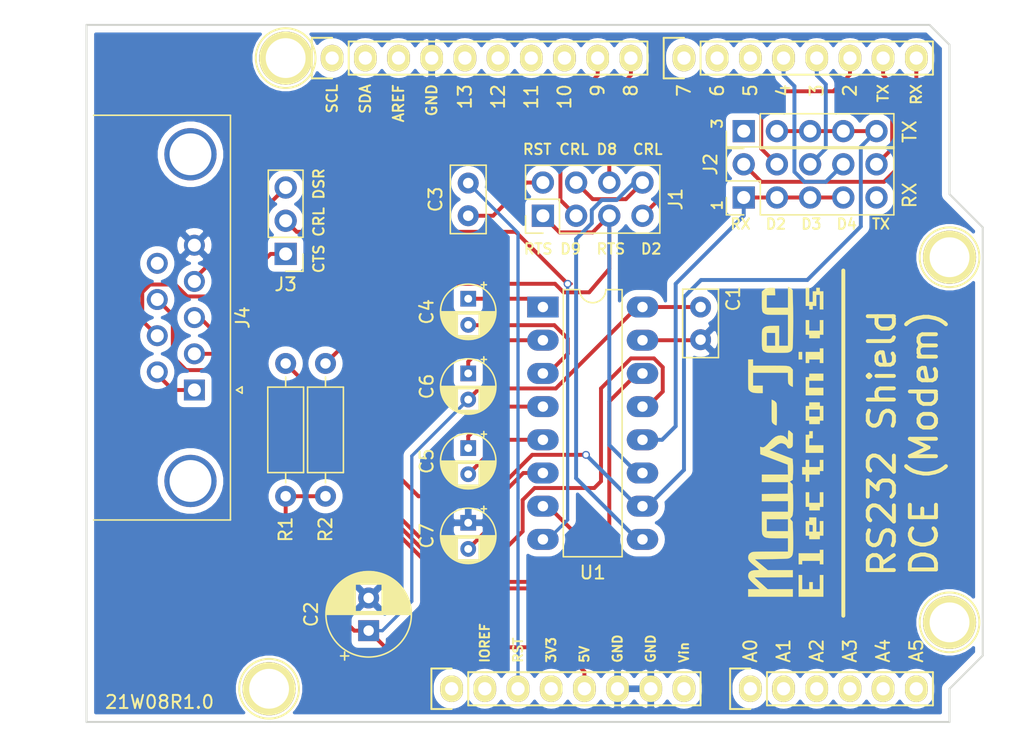
<source format=kicad_pcb>
(kicad_pcb (version 20171130) (host pcbnew "(5.1.4)-1")
  (title_block (date "lun. 30 mars 2015"))
  (layers (0 F.Cu signal) (31 B.Cu signal) (34 B.Paste user) (35 F.Paste user) (36 B.SilkS user) (37 F.SilkS user) (38 B.Mask user) (39 F.Mask user) (44 Edge.Cuts user))
  (net 0 "")
  (net 1 /IOREF)
  (net 2 +5V)
  (net 3 GND)
  (net 4 /Vin)
  (net 5 /A0)
  (net 6 /A1)
  (net 7 /A2)
  (net 8 /A3)
  (net 9 /AREF)
  (net 10 "/A4(SDA)")
  (net 11 "/A5(SCL)")
  (net 12 /7)
  (net 13 "/6(**)")
  (net 14 "/5(**)")
  (net 15 "Net-(P5-Pad1)")
  (net 16 "Net-(P7-Pad1)")
  (net 17 "/13(SCK)")
  (net 18 "/10(**/SS)")
  (net 19 "Net-(P1-Pad1)")
  (net 20 +3V3)
  (net 21 "/12(MISO)")
  (net 22 "/11(**/MOSI)")
  (net 23 RST)
  (net 24 "Net-(C3-Pad1)")
  (net 25 "Net-(C4-Pad2)")
  (net 26 "Net-(C4-Pad1)")
  (net 27 "Net-(C5-Pad2)")
  (net 28 "Net-(C5-Pad1)")
  (net 29 "Net-(C6-Pad1)")
  (net 30 "Net-(C7-Pad2)")
  (net 31 D2)
  (net 32 D9)
  (net 33 D8)
  (net 34 /DSR)
  (net 35 /CTS)
  (net 36 /TXD)
  (net 37 /RXD)
  (net 38 TX)
  (net 39 RX)
  (net 40 /RTS)
  (net 41 "Net-(J4-Pad9)")
  (net 42 /UCTRL)
  (net 43 /URTS)
  (net 44 /CTRL)
  (net 45 "/A5(SCL)X")
  (net 46 "/A4(SDA)X")
  (net 47 URX)
  (net 48 D3)
  (net 49 D4)
  (net 50 "Net-(J2-Pad9)")
  (net 51 "Net-(J5-Pad1)")
  (net 52 UTX)
  (net 53 /DCD)
  (module Connector_Dsub:DSUB-9_Female_Horizontal_P2.77x2.84mm_EdgePinOffset4.94mm_Housed_MountingHolesOffset7.48mm (layer F.Cu) (at 119.253 100.965 270)
    (fp_text reference J4 (at -5.54 -3.7 90) (layer F.SilkS))
    (fp_text value DB9_Female)
    (pad 1 thru_hole rect (at 0 0 270) (size 1.6 1.6) (drill 1) (layers *.Cu *.Mask) (net 53 /DCD))
    (pad 2 thru_hole circle (at -2.77 0 270) (size 1.6 1.6) (drill 1) (layers *.Cu *.Mask) (net 36 /TXD))
    (pad 3 thru_hole circle (at -5.54 0 270) (size 1.6 1.6) (drill 1) (layers *.Cu *.Mask) (net 37 /RXD))
    (pad 4 thru_hole circle (at -8.31 0 270) (size 1.6 1.6) (drill 1) (layers *.Cu *.Mask) (net 34 /DSR))
    (pad 5 thru_hole circle (at -11.08 0 270) (size 1.6 1.6) (drill 1) (layers *.Cu *.Mask) (net 3 GND))
    (pad 6 thru_hole circle (at -1.385 2.84 270) (size 1.6 1.6) (drill 1) (layers *.Cu *.Mask) (net 53 /DCD))
    (pad 7 thru_hole circle (at -4.155 2.84 270) (size 1.6 1.6) (drill 1) (layers *.Cu *.Mask) (net 35 /CTS))
    (pad 8 thru_hole circle (at -6.925 2.84 270) (size 1.6 1.6) (drill 1) (layers *.Cu *.Mask) (net 40 /RTS))
    (pad 9 thru_hole circle (at -9.695 2.84 270) (size 1.6 1.6) (drill 1) (layers *.Cu *.Mask) (net 41 "Net-(J4-Pad9)"))
    (pad 0 thru_hole circle (at -18.04 0.3 270) (size 4 4) (drill 3.2) (layers *.Cu *.Mask))
    (pad 0 thru_hole circle (at 6.96 0.3 270) (size 4 4) (drill 3.2) (layers *.Cu *.Mask))
  )
  (module Connector_PinHeader_2.54mm:PinHeader_2x05_P2.54mm_Vertical (layer F.Cu) (at 161.29 86.233 90)
    (fp_text reference J2 (at 2.54 -2.54 90) (layer F.SilkS))
    (fp_text value "RX Route")
    (pad 1 thru_hole rect (at 0 0 90) (size 1.7 1.7) (drill 1) (layers *.Cu *.Mask) (net 47 URX))
    (pad 2 thru_hole oval (at 2.54 0 90) (size 1.7 1.7) (drill 1) (layers *.Cu *.Mask) (net 39 RX))
    (pad 3 thru_hole oval (at 0 2.54 90) (size 1.7 1.7) (drill 1) (layers *.Cu *.Mask) (net 47 URX))
    (pad 4 thru_hole oval (at 2.54 2.54 90) (size 1.7 1.7) (drill 1) (layers *.Cu *.Mask) (net 31 D2))
    (pad 5 thru_hole oval (at 0 5.08 90) (size 1.7 1.7) (drill 1) (layers *.Cu *.Mask) (net 47 URX))
    (pad 6 thru_hole oval (at 2.54 5.08 90) (size 1.7 1.7) (drill 1) (layers *.Cu *.Mask) (net 48 D3))
    (pad 7 thru_hole oval (at 0 7.62 90) (size 1.7 1.7) (drill 1) (layers *.Cu *.Mask) (net 47 URX))
    (pad 8 thru_hole oval (at 2.54 7.62 90) (size 1.7 1.7) (drill 1) (layers *.Cu *.Mask) (net 49 D4))
    (pad 9 thru_hole oval (at 0 10.16 90) (size 1.7 1.7) (drill 1) (layers *.Cu *.Mask) (net 50 "Net-(J2-Pad9)"))
    (pad 10 thru_hole oval (at 2.54 10.16 90) (size 1.7 1.7) (drill 1) (layers *.Cu *.Mask) (net 38 TX))
  )
  (module Connector_PinHeader_2.54mm:PinHeader_1x05_P2.54mm_Vertical (layer F.Cu) (at 161.29 81.153 90)
    (fp_text reference J5 hide)
    (fp_text value "TX Route")
    (pad 1 thru_hole rect (at 0 0 90) (size 1.7 1.7) (drill 1) (layers *.Cu *.Mask) (net 51 "Net-(J5-Pad1)"))
    (pad 2 thru_hole oval (at 0 2.54 90) (size 1.7 1.7) (drill 1) (layers *.Cu *.Mask) (net 52 UTX))
    (pad 3 thru_hole oval (at 0 5.08 90) (size 1.7 1.7) (drill 1) (layers *.Cu *.Mask) (net 52 UTX))
    (pad 4 thru_hole oval (at 0 7.62 90) (size 1.7 1.7) (drill 1) (layers *.Cu *.Mask) (net 52 UTX))
    (pad 5 thru_hole oval (at 0 10.16 90) (size 1.7 1.7) (drill 1) (layers *.Cu *.Mask) (net 52 UTX))
  )
  (module Resistor_THT:R_Axial_DIN0207_L6.3mm_D2.5mm_P10.16mm_Horizontal (layer F.Cu) (at 126.238 109.093 90)
    (fp_text reference R1 (at -2.54 0 90) (layer F.SilkS))
    (fp_text value 10k)
    (pad 2 thru_hole oval (at 10.16 0 90) (size 1.6 1.6) (drill 0.8) (layers *.Cu *.Mask) (net 52 UTX))
    (pad 1 thru_hole circle (at 0 0 90) (size 1.6 1.6) (drill 0.8) (layers *.Cu *.Mask) (net 2 +5V))
  )
  (module Socket_Arduino_Uno:Arduino_1pin (layer F.Cu) (at 177.038 90.805)
    (fp_text reference P8 hide)
    (fp_text value CONN_01X01 hide)
    (pad 1 thru_hole circle (at 0 0) (size 4.064 4.064) (drill 3.048) (layers *.Cu *.Mask F.SilkS))
  )
  (module Socket_Arduino_Uno:Arduino_1pin (layer F.Cu) (at 177.038 118.745)
    (fp_text reference P6 hide)
    (fp_text value CONN_01X01 hide)
    (pad 1 thru_hole circle (at 0 0) (size 4.064 4.064) (drill 3.048) (layers *.Cu *.Mask F.SilkS))
  )
  (module Logos:MTLogo (layer F.Cu) (at 164.338 105.029 90)
    (fp_text reference G*** hide)
    (fp_text value LOGO hide)
  )
  (module Connector_PinHeader_2.54mm:PinHeader_2x04_P2.54mm_Vertical (layer F.Cu) (at 145.923 87.63 90)
    (fp_text reference J1 (at 1.27 10.16 90) (layer F.SilkS))
    (fp_text value "Ctrl Route")
    (pad 8 thru_hole oval (at 2.54 7.62 90) (size 1.7 1.7) (drill 1) (layers *.Cu *.Mask) (net 42 /UCTRL))
    (pad 7 thru_hole oval (at 0 7.62 90) (size 1.7 1.7) (drill 1) (layers *.Cu *.Mask) (net 31 D2))
    (pad 6 thru_hole oval (at 2.54 5.08 90) (size 1.7 1.7) (drill 1) (layers *.Cu *.Mask) (net 33 D8))
    (pad 5 thru_hole oval (at 0 5.08 90) (size 1.7 1.7) (drill 1) (layers *.Cu *.Mask) (net 43 /URTS))
    (pad 4 thru_hole oval (at 2.54 2.54 90) (size 1.7 1.7) (drill 1) (layers *.Cu *.Mask) (net 42 /UCTRL))
    (pad 3 thru_hole oval (at 0 2.54 90) (size 1.7 1.7) (drill 1) (layers *.Cu *.Mask) (net 32 D9))
    (pad 2 thru_hole oval (at 2.54 0 90) (size 1.7 1.7) (drill 1) (layers *.Cu *.Mask) (net 24 "Net-(C3-Pad1)"))
    (pad 1 thru_hole rect (at 0 0 90) (size 1.7 1.7) (drill 1) (layers *.Cu *.Mask) (net 43 /URTS))
  )
  (module Capacitor_THT:CP_Radial_D4.0mm_P2.00mm (layer F.Cu) (at 140.208 111.125 270)
    (fp_text reference C7 (at 1 3.175 90) (layer F.SilkS))
    (fp_text value 1u)
    (pad 2 thru_hole circle (at 2 0 270) (size 1.2 1.2) (drill 0.6) (layers *.Cu *.Mask) (net 30 "Net-(C7-Pad2)"))
    (pad 1 thru_hole rect (at 0 0 270) (size 1.2 1.2) (drill 0.6) (layers *.Cu *.Mask) (net 3 GND))
  )
  (module Capacitor_THT:CP_Radial_D4.0mm_P2.00mm (layer F.Cu) (at 140.208 99.695 270)
    (fp_text reference C6 (at 1 3.175 90) (layer F.SilkS))
    (fp_text value 1u)
    (pad 2 thru_hole circle (at 2 0 270) (size 1.2 1.2) (drill 0.6) (layers *.Cu *.Mask) (net 2 +5V))
    (pad 1 thru_hole rect (at 0 0 270) (size 1.2 1.2) (drill 0.6) (layers *.Cu *.Mask) (net 29 "Net-(C6-Pad1)"))
  )
  (module Capacitor_THT:CP_Radial_D4.0mm_P2.00mm (layer F.Cu) (at 140.208 105.41 270)
    (fp_text reference C5 (at 1 3.175 90) (layer F.SilkS))
    (fp_text value 1u)
    (pad 2 thru_hole circle (at 2 0 270) (size 1.2 1.2) (drill 0.6) (layers *.Cu *.Mask) (net 27 "Net-(C5-Pad2)"))
    (pad 1 thru_hole rect (at 0 0 270) (size 1.2 1.2) (drill 0.6) (layers *.Cu *.Mask) (net 28 "Net-(C5-Pad1)"))
  )
  (module Capacitor_THT:CP_Radial_D4.0mm_P2.00mm (layer F.Cu) (at 140.208 93.98 270)
    (fp_text reference C4 (at 1 3.175 90) (layer F.SilkS))
    (fp_text value 1u)
    (pad 2 thru_hole circle (at 2 0 270) (size 1.2 1.2) (drill 0.6) (layers *.Cu *.Mask) (net 25 "Net-(C4-Pad2)"))
    (pad 1 thru_hole rect (at 0 0 270) (size 1.2 1.2) (drill 0.6) (layers *.Cu *.Mask) (net 26 "Net-(C4-Pad1)"))
  )
  (module Capacitor_THT:C_Disc_D5.0mm_W2.5mm_P2.50mm (layer F.Cu) (at 140.208 87.63 90)
    (fp_text reference C3 (at 1.25 -2.5 90) (layer F.SilkS))
    (fp_text value 0.1u)
    (pad 2 thru_hole circle (at 2.5 0 90) (size 1.6 1.6) (drill 0.8) (layers *.Cu *.Mask) (net 23 RST))
    (pad 1 thru_hole circle (at 0 0 90) (size 1.6 1.6) (drill 0.8) (layers *.Cu *.Mask) (net 24 "Net-(C3-Pad1)"))
  )
  (module Capacitor_THT:C_Disc_D5.0mm_W2.5mm_P2.50mm (layer F.Cu) (at 157.988 94.615 270)
    (fp_text reference C1 (at -0.635 -2.5 90) (layer F.SilkS))
    (fp_text value 0.1u)
    (pad 2 thru_hole circle (at 2.5 0 270) (size 1.6 1.6) (drill 0.8) (layers *.Cu *.Mask) (net 3 GND))
    (pad 1 thru_hole circle (at 0 0 270) (size 1.6 1.6) (drill 0.8) (layers *.Cu *.Mask) (net 2 +5V))
  )
  (module Package_DIP:DIP-16_W7.62mm_LongPads (layer F.Cu) (at 145.923 94.615)
    (fp_text reference U1 (at 3.81 20.32) (layer F.SilkS))
    (fp_text value MAX232)
    (pad 16 thru_hole oval (at 7.62 0) (size 2.4 1.6) (drill 0.8) (layers *.Cu *.Mask) (net 2 +5V))
    (pad 8 thru_hole oval (at 0 17.78) (size 2.4 1.6) (drill 0.8) (layers *.Cu *.Mask) (net 44 /CTRL))
    (pad 15 thru_hole oval (at 7.62 2.54) (size 2.4 1.6) (drill 0.8) (layers *.Cu *.Mask) (net 3 GND))
    (pad 7 thru_hole oval (at 0 15.24) (size 2.4 1.6) (drill 0.8) (layers *.Cu *.Mask) (net 36 /TXD))
    (pad 14 thru_hole oval (at 7.62 5.08) (size 2.4 1.6) (drill 0.8) (layers *.Cu *.Mask) (net 40 /RTS))
    (pad 6 thru_hole oval (at 0 12.7) (size 2.4 1.6) (drill 0.8) (layers *.Cu *.Mask) (net 30 "Net-(C7-Pad2)"))
    (pad 13 thru_hole oval (at 7.62 7.62) (size 2.4 1.6) (drill 0.8) (layers *.Cu *.Mask) (net 37 /RXD))
    (pad 5 thru_hole oval (at 0 10.16) (size 2.4 1.6) (drill 0.8) (layers *.Cu *.Mask) (net 27 "Net-(C5-Pad2)"))
    (pad 12 thru_hole oval (at 7.62 10.16) (size 2.4 1.6) (drill 0.8) (layers *.Cu *.Mask) (net 47 URX))
    (pad 4 thru_hole oval (at 0 7.62) (size 2.4 1.6) (drill 0.8) (layers *.Cu *.Mask) (net 28 "Net-(C5-Pad1)"))
    (pad 11 thru_hole oval (at 7.62 12.7) (size 2.4 1.6) (drill 0.8) (layers *.Cu *.Mask) (net 43 /URTS))
    (pad 3 thru_hole oval (at 0 5.08) (size 2.4 1.6) (drill 0.8) (layers *.Cu *.Mask) (net 25 "Net-(C4-Pad2)"))
    (pad 10 thru_hole oval (at 7.62 15.24) (size 2.4 1.6) (drill 0.8) (layers *.Cu *.Mask) (net 52 UTX))
    (pad 2 thru_hole oval (at 0 2.54) (size 2.4 1.6) (drill 0.8) (layers *.Cu *.Mask) (net 29 "Net-(C6-Pad1)"))
    (pad 9 thru_hole oval (at 7.62 17.78) (size 2.4 1.6) (drill 0.8) (layers *.Cu *.Mask) (net 42 /UCTRL))
    (pad 1 thru_hole rect (at 0 0) (size 2.4 1.6) (drill 0.8) (layers *.Cu *.Mask) (net 26 "Net-(C4-Pad1)"))
  )
  (module Resistor_THT:R_Axial_DIN0207_L6.3mm_D2.5mm_P10.16mm_Horizontal (layer F.Cu) (at 129.286 109.093 90)
    (fp_text reference R2 (at -2.54 0 90) (layer F.SilkS))
    (fp_text value 10k)
    (pad 2 thru_hole oval (at 10.16 0 90) (size 1.6 1.6) (drill 0.8) (layers *.Cu *.Mask) (net 43 /URTS))
    (pad 1 thru_hole circle (at 0 0 90) (size 1.6 1.6) (drill 0.8) (layers *.Cu *.Mask) (net 2 +5V))
  )
  (module Connector_PinHeader_2.54mm:PinHeader_1x03_P2.54mm_Vertical (layer F.Cu) (at 126.238 90.551 180)
    (fp_text reference J3 (at 0 -2.33) (layer F.SilkS))
    (fp_text value DSR/CTS)
    (pad 3 thru_hole oval (at 0 5.08 180) (size 1.7 1.7) (drill 1) (layers *.Cu *.Mask) (net 34 /DSR))
    (pad 2 thru_hole oval (at 0 2.54 180) (size 1.7 1.7) (drill 1) (layers *.Cu *.Mask) (net 44 /CTRL))
    (pad 1 thru_hole rect (at 0 0 180) (size 1.7 1.7) (drill 1) (layers *.Cu *.Mask) (net 35 /CTS))
  )
  (module Capacitor_THT:CP_Radial_D6.3mm_P2.50mm (layer F.Cu) (at 132.588 119.38 90)
    (fp_text reference C2 (at 1.25 -4.4 90) (layer F.SilkS))
    (fp_text value 10u)
    (pad 2 thru_hole circle (at 2.5 0 90) (size 1.6 1.6) (drill 0.8) (layers *.Cu *.Mask) (net 3 GND))
    (pad 1 thru_hole rect (at 0 0 90) (size 1.6 1.6) (drill 0.8) (layers *.Cu *.Mask) (net 2 +5V))
  )
  (module Socket_Arduino_Uno:Socket_Strip_Arduino_1x08 (layer F.Cu) (at 138.938 123.825)
    (fp_text reference P1 hide)
    (fp_text value Power)
    (pad 1 thru_hole oval (at 0 0) (size 1.7272 2.032) (drill 1.016) (layers *.Cu *.Mask F.SilkS) (net 19 "Net-(P1-Pad1)"))
    (pad 2 thru_hole oval (at 2.54 0) (size 1.7272 2.032) (drill 1.016) (layers *.Cu *.Mask F.SilkS) (net 1 /IOREF))
    (pad 3 thru_hole oval (at 5.08 0) (size 1.7272 2.032) (drill 1.016) (layers *.Cu *.Mask F.SilkS) (net 23 RST))
    (pad 4 thru_hole oval (at 7.62 0) (size 1.7272 2.032) (drill 1.016) (layers *.Cu *.Mask F.SilkS) (net 20 +3V3))
    (pad 5 thru_hole oval (at 10.16 0) (size 1.7272 2.032) (drill 1.016) (layers *.Cu *.Mask F.SilkS) (net 2 +5V))
    (pad 6 thru_hole oval (at 12.7 0) (size 1.7272 2.032) (drill 1.016) (layers *.Cu *.Mask F.SilkS) (net 3 GND))
    (pad 7 thru_hole oval (at 15.24 0) (size 1.7272 2.032) (drill 1.016) (layers *.Cu *.Mask F.SilkS) (net 3 GND))
    (pad 8 thru_hole oval (at 17.78 0) (size 1.7272 2.032) (drill 1.016) (layers *.Cu *.Mask F.SilkS) (net 4 /Vin))
  )
  (module Socket_Arduino_Uno:Socket_Strip_Arduino_1x06 (layer F.Cu) (at 161.798 123.825)
    (fp_text reference P2 hide)
    (fp_text value Analog)
    (pad 1 thru_hole oval (at 0 0) (size 1.7272 2.032) (drill 1.016) (layers *.Cu *.Mask F.SilkS) (net 5 /A0))
    (pad 2 thru_hole oval (at 2.54 0) (size 1.7272 2.032) (drill 1.016) (layers *.Cu *.Mask F.SilkS) (net 6 /A1))
    (pad 3 thru_hole oval (at 5.08 0) (size 1.7272 2.032) (drill 1.016) (layers *.Cu *.Mask F.SilkS) (net 7 /A2))
    (pad 4 thru_hole oval (at 7.62 0) (size 1.7272 2.032) (drill 1.016) (layers *.Cu *.Mask F.SilkS) (net 8 /A3))
    (pad 5 thru_hole oval (at 10.16 0) (size 1.7272 2.032) (drill 1.016) (layers *.Cu *.Mask F.SilkS) (net 10 "/A4(SDA)"))
    (pad 6 thru_hole oval (at 12.7 0) (size 1.7272 2.032) (drill 1.016) (layers *.Cu *.Mask F.SilkS) (net 11 "/A5(SCL)"))
  )
  (module Socket_Arduino_Uno:Socket_Strip_Arduino_1x10 (layer F.Cu) (at 129.794 75.565)
    (fp_text reference P3 hide)
    (fp_text value Digital)
    (pad 1 thru_hole oval (at 0 0) (size 1.7272 2.032) (drill 1.016) (layers *.Cu *.Mask F.SilkS) (net 45 "/A5(SCL)X"))
    (pad 2 thru_hole oval (at 2.54 0) (size 1.7272 2.032) (drill 1.016) (layers *.Cu *.Mask F.SilkS) (net 46 "/A4(SDA)X"))
    (pad 3 thru_hole oval (at 5.08 0) (size 1.7272 2.032) (drill 1.016) (layers *.Cu *.Mask F.SilkS) (net 9 /AREF))
    (pad 4 thru_hole oval (at 7.62 0) (size 1.7272 2.032) (drill 1.016) (layers *.Cu *.Mask F.SilkS) (net 3 GND))
    (pad 5 thru_hole oval (at 10.16 0) (size 1.7272 2.032) (drill 1.016) (layers *.Cu *.Mask F.SilkS) (net 17 "/13(SCK)"))
    (pad 6 thru_hole oval (at 12.7 0) (size 1.7272 2.032) (drill 1.016) (layers *.Cu *.Mask F.SilkS) (net 21 "/12(MISO)"))
    (pad 7 thru_hole oval (at 15.24 0) (size 1.7272 2.032) (drill 1.016) (layers *.Cu *.Mask F.SilkS) (net 22 "/11(**/MOSI)"))
    (pad 8 thru_hole oval (at 17.78 0) (size 1.7272 2.032) (drill 1.016) (layers *.Cu *.Mask F.SilkS) (net 18 "/10(**/SS)"))
    (pad 9 thru_hole oval (at 20.32 0) (size 1.7272 2.032) (drill 1.016) (layers *.Cu *.Mask F.SilkS) (net 32 D9))
    (pad 10 thru_hole oval (at 22.86 0) (size 1.7272 2.032) (drill 1.016) (layers *.Cu *.Mask F.SilkS) (net 33 D8))
  )
  (module Socket_Arduino_Uno:Socket_Strip_Arduino_1x08 (layer F.Cu) (at 156.718 75.565)
    (fp_text reference P4 hide)
    (fp_text value Digital)
    (pad 1 thru_hole oval (at 0 0) (size 1.7272 2.032) (drill 1.016) (layers *.Cu *.Mask F.SilkS) (net 12 /7))
    (pad 2 thru_hole oval (at 2.54 0) (size 1.7272 2.032) (drill 1.016) (layers *.Cu *.Mask F.SilkS) (net 13 "/6(**)"))
    (pad 3 thru_hole oval (at 5.08 0) (size 1.7272 2.032) (drill 1.016) (layers *.Cu *.Mask F.SilkS) (net 14 "/5(**)"))
    (pad 4 thru_hole oval (at 7.62 0) (size 1.7272 2.032) (drill 1.016) (layers *.Cu *.Mask F.SilkS) (net 49 D4))
    (pad 5 thru_hole oval (at 10.16 0) (size 1.7272 2.032) (drill 1.016) (layers *.Cu *.Mask F.SilkS) (net 48 D3))
    (pad 6 thru_hole oval (at 12.7 0) (size 1.7272 2.032) (drill 1.016) (layers *.Cu *.Mask F.SilkS) (net 31 D2))
    (pad 7 thru_hole oval (at 15.24 0) (size 1.7272 2.032) (drill 1.016) (layers *.Cu *.Mask F.SilkS) (net 38 TX))
    (pad 8 thru_hole oval (at 17.78 0) (size 1.7272 2.032) (drill 1.016) (layers *.Cu *.Mask F.SilkS) (net 39 RX))
  )
  (module Socket_Arduino_Uno:Arduino_1pin (layer F.Cu) (at 124.968 123.825)
    (fp_text reference P5 hide)
    (fp_text value CONN_01X01 hide)
    (pad 1 thru_hole circle (at 0 0) (size 4.064 4.064) (drill 3.048) (layers *.Cu *.Mask F.SilkS) (net 15 "Net-(P5-Pad1)"))
  )
  (module Socket_Arduino_Uno:Arduino_1pin (layer F.Cu) (at 126.238 75.565)
    (fp_text reference P7 hide)
    (fp_text value CONN_01X01 hide)
    (pad 1 thru_hole circle (at 0 0) (size 4.064 4.064) (drill 3.048) (layers *.Cu *.Mask F.SilkS) (net 16 "Net-(P7-Pad1)"))
  )
  (gr_text A5 (at 174.498 121.92 90) (layer F.SilkS) (effects (font (size 1 1)) (justify left)))
  (gr_text A3 (at 169.418 121.92 90) (layer F.SilkS) (effects (font (size 1 1)) (justify left)))
  (gr_text A4 (at 171.958 121.92 90) (layer F.SilkS) (effects (font (size 1 1)) (justify left)))
  (gr_text "1         3" (at 159.258 83.693 90) (layer F.SilkS) (effects (font (size 0.8 0.8))))
  (gr_text "RX    TX" (at 173.99 83.693 90) (layer F.SilkS) (effects (font (size 1 1))))
  (gr_text "RX  D2  D3  D4  TX" (at 166.37 88.265) (layer F.SilkS) (effects (font (size 0.8 0.78))))
  (gr_text 21W08R1.0 (at 116.586 124.841) (layer F.SilkS) (effects (font (size 1 1))))
  (gr_text 10 (at 147.574 77.47 90) (layer F.SilkS) (effects (font (size 1 1)) (justify right)))
  (gr_text TX (at 171.958 77.47 90) (layer F.SilkS) (effects (font (size 0.8 0.8)) (justify right)))
  (gr_text RX (at 174.498 77.47 90) (layer F.SilkS) (effects (font (size 0.8 0.8)) (justify right)))
  (gr_text A0 (at 161.798 121.92 90) (layer F.SilkS) (effects (font (size 1 1)) (justify left)))
  (gr_text 11 (at 145.034 77.47 90) (layer F.SilkS) (effects (font (size 1 1)) (justify right)))
  (gr_text Vin (at 156.718 121.92 90) (layer F.SilkS) (effects (font (size 0.7 0.7)) (justify left)))
  (gr_text 12 (at 142.494 77.47 90) (layer F.SilkS) (effects (font (size 1 1)) (justify right)))
  (gr_text A1 (at 164.338 121.92 90) (layer F.SilkS) (effects (font (size 1 1)) (justify left)))
  (gr_text 7 (at 156.718 77.47 90) (layer F.SilkS) (effects (font (size 1 1)) (justify right)))
  (gr_text 6 (at 159.258 77.47 90) (layer F.SilkS) (effects (font (size 1 1)) (justify right)))
  (gr_text 5V (at 149.098 121.92 90) (layer F.SilkS) (effects (font (size 0.7 0.7)) (justify left)))
  (gr_text 4 (at 164.338 77.47 90) (layer F.SilkS) (effects (font (size 1 1)) (justify right)))
  (gr_text 2 (at 169.418 77.47 90) (layer F.SilkS) (effects (font (size 1 1)) (justify right)))
  (gr_text 8 (at 152.654 77.47 90) (layer F.SilkS) (effects (font (size 1 1)) (justify right)))
  (gr_text 3V3 (at 146.558 121.92 90) (layer F.SilkS) (effects (font (size 0.7 0.7)) (justify left)))
  (gr_text SCL (at 129.794 77.47 90) (layer F.SilkS) (effects (font (size 0.8 0.8)) (justify right)))
  (gr_text GND (at 137.414 77.47 90) (layer F.SilkS) (effects (font (size 0.8 0.8)) (justify right)))
  (gr_text A2 (at 166.878 121.92 90) (layer F.SilkS) (effects (font (size 1 1)) (justify left)))
  (gr_text 3 (at 166.878 77.47 90) (layer F.SilkS) (effects (font (size 1 1)) (justify right)))
  (gr_text 13 (at 139.954 77.47 90) (layer F.SilkS) (effects (font (size 1 1)) (justify right)))
  (gr_text 5 (at 161.798 77.47 90) (layer F.SilkS) (effects (font (size 1 1)) (justify right)))
  (gr_text 9 (at 150.114 77.47 90) (layer F.SilkS) (effects (font (size 1 1)) (justify right)))
  (gr_text RST (at 144.018 121.92 90) (layer F.SilkS) (effects (font (size 0.7 0.7)) (justify left)))
  (gr_text AREF (at 134.874 77.47 90) (layer F.SilkS) (effects (font (size 0.8 0.8)) (justify right)))
  (gr_text SDA (at 132.334 77.47 90) (layer F.SilkS) (effects (font (size 0.8 0.8)) (justify right)))
  (gr_text GND (at 154.178 121.92 90) (layer F.SilkS) (effects (font (size 0.7 0.7)) (justify left)))
  (gr_text GND (at 151.638 121.92 90) (layer F.SilkS) (effects (font (size 0.7 0.7)) (justify left)))
  (gr_text IOREF (at 141.478 121.92 90) (layer F.SilkS) (effects (font (size 0.7 0.7)) (justify left)))
  (gr_line (start 168.91 91.821) (end 168.91 118.237) (layer F.SilkS) (width 0.3))
  (gr_text "RS232 Shield\nDCE (Modem)" (at 173.482 105.029 90) (layer F.SilkS) (effects (font (size 2 2) (thickness 0.3))))
  (gr_text "RTS D9  RTS  D2" (at 149.733 90.17) (layer F.SilkS) (effects (font (size 0.8 0.8))))
  (gr_text "CTS CRL DSR" (at 128.778 88.011 90) (layer F.SilkS) (effects (font (size 0.8 0.8))))
  (gr_text "RST CRL D8  CRL" (at 149.733 82.55) (layer F.SilkS) (effects (font (size 0.8 0.8))))
  (gr_line (start 177.038 74.549) (end 175.514 73.025) (angle 90) (layer Edge.Cuts) (width 0.15))
  (gr_line (start 177.038 85.979) (end 177.038 74.549) (angle 90) (layer Edge.Cuts) (width 0.15))
  (gr_line (start 179.578 88.519) (end 177.038 85.979) (angle 90) (layer Edge.Cuts) (width 0.15))
  (gr_line (start 179.578 121.285) (end 179.578 88.519) (angle 90) (layer Edge.Cuts) (width 0.15))
  (gr_line (start 177.038 123.825) (end 179.578 121.285) (angle 90) (layer Edge.Cuts) (width 0.15))
  (gr_line (start 177.038 126.365) (end 177.038 123.825) (angle 90) (layer Edge.Cuts) (width 0.15))
  (gr_line (start 110.998 126.365) (end 177.038 126.365) (angle 90) (layer Edge.Cuts) (width 0.15))
  (gr_line (start 110.998 73.025) (end 110.998 126.365) (angle 90) (layer Edge.Cuts) (width 0.15))
  (gr_line (start 175.514 73.025) (end 110.998 73.025) (angle 90) (layer Edge.Cuts) (width 0.15))
  (segment (start 133.858 120.65) (end 132.588 119.38) (width 0.3) (layer F.Cu) (net 2))
  (segment (start 147.239 120.65) (end 133.858 120.65) (width 0.3) (layer F.Cu) (net 2))
  (segment (start 149.098 123.825) (end 149.098 122.509) (width 0.3) (layer F.Cu) (net 2))
  (segment (start 149.098 122.509) (end 147.239 120.65) (width 0.3) (layer F.Cu) (net 2))
  (segment (start 153.143 94.615) (end 153.543 94.615) (width 0.3) (layer F.Cu) (net 2))
  (segment (start 146.91299 100.84501) (end 153.143 94.615) (width 0.3) (layer F.Cu) (net 2))
  (segment (start 141.05799 100.84501) (end 146.91299 100.84501) (width 0.3) (layer F.Cu) (net 2))
  (segment (start 140.208 101.695) (end 141.05799 100.84501) (width 0.3) (layer F.Cu) (net 2))
  (segment (start 153.543 94.615) (end 157.988 94.615) (width 0.3) (layer F.Cu) (net 2))
  (segment (start 133.638 119.38) (end 132.588 119.38) (width 0.25) (layer B.Cu) (net 2))
  (segment (start 135.89 117.128) (end 133.638 119.38) (width 0.25) (layer B.Cu) (net 2))
  (segment (start 135.89 106.013) (end 135.89 117.128) (width 0.25) (layer B.Cu) (net 2))
  (segment (start 140.208 101.695) (end 135.89 106.013) (width 0.25) (layer B.Cu) (net 2))
  (segment (start 126.238 109.093) (end 129.286 109.093) (width 0.3) (layer F.Cu) (net 2))
  (segment (start 131.488 119.38) (end 132.588 119.38) (width 0.3) (layer F.Cu) (net 2))
  (segment (start 126.238 114.13) (end 131.488 119.38) (width 0.3) (layer F.Cu) (net 2))
  (segment (start 126.238 109.093) (end 126.238 114.13) (width 0.3) (layer F.Cu) (net 2))
  (segment (start 157.948 97.155) (end 157.988 97.115) (width 0.3) (layer F.Cu) (net 3))
  (segment (start 153.543 97.155) (end 157.948 97.155) (width 0.3) (layer F.Cu) (net 3))
  (segment (start 144.018 88.94) (end 144.018 123.825) (width 0.25) (layer B.Cu) (net 23))
  (segment (start 140.208 85.13) (end 144.018 88.94) (width 0.25) (layer B.Cu) (net 23))
  (segment (start 145.923 85.09) (end 144.653 85.09) (width 0.3) (layer F.Cu) (net 24))
  (segment (start 142.113 87.63) (end 140.208 87.63) (width 0.3) (layer F.Cu) (net 24))
  (segment (start 144.653 85.09) (end 142.113 87.63) (width 0.3) (layer F.Cu) (net 24))
  (segment (start 146.799349 96.00499) (end 147.828 97.033641) (width 0.3) (layer F.Cu) (net 25))
  (segment (start 140.208 95.98) (end 140.23299 96.00499) (width 0.3) (layer F.Cu) (net 25))
  (segment (start 140.23299 96.00499) (end 146.799349 96.00499) (width 0.3) (layer F.Cu) (net 25))
  (segment (start 146.323 99.695) (end 145.923 99.695) (width 0.3) (layer F.Cu) (net 25))
  (segment (start 147.828 98.19) (end 146.323 99.695) (width 0.3) (layer F.Cu) (net 25))
  (segment (start 147.828 97.033641) (end 147.828 98.19) (width 0.3) (layer F.Cu) (net 25))
  (segment (start 145.288 93.98) (end 145.923 94.615) (width 0.3) (layer F.Cu) (net 26))
  (segment (start 140.208 93.98) (end 145.288 93.98) (width 0.3) (layer F.Cu) (net 26))
  (segment (start 142.843 104.775) (end 140.208 107.41) (width 0.3) (layer F.Cu) (net 27))
  (segment (start 145.923 104.775) (end 142.843 104.775) (width 0.3) (layer F.Cu) (net 27))
  (segment (start 140.208 104.51) (end 140.208 105.41) (width 0.3) (layer F.Cu) (net 28))
  (segment (start 142.483 102.235) (end 140.208 104.51) (width 0.3) (layer F.Cu) (net 28))
  (segment (start 145.923 102.235) (end 142.483 102.235) (width 0.3) (layer F.Cu) (net 28))
  (segment (start 140.208 98.795) (end 140.208 99.695) (width 0.3) (layer F.Cu) (net 29))
  (segment (start 141.848 97.155) (end 140.208 98.795) (width 0.3) (layer F.Cu) (net 29))
  (segment (start 145.923 97.155) (end 141.848 97.155) (width 0.3) (layer F.Cu) (net 29))
  (segment (start 144.423 107.315) (end 142.113 109.625) (width 0.3) (layer F.Cu) (net 30))
  (segment (start 145.923 107.315) (end 144.423 107.315) (width 0.3) (layer F.Cu) (net 30))
  (segment (start 142.113 111.22) (end 140.208 113.125) (width 0.3) (layer F.Cu) (net 30))
  (segment (start 142.113 109.625) (end 142.113 111.22) (width 0.3) (layer F.Cu) (net 30))
  (segment (start 162.445998 78.105) (end 162.306 78.105) (width 0.3) (layer F.Cu) (net 31))
  (segment (start 162.629999 78.289001) (end 162.445998 78.105) (width 0.3) (layer F.Cu) (net 31))
  (segment (start 162.629999 82.492999) (end 162.629999 78.289001) (width 0.3) (layer F.Cu) (net 31))
  (segment (start 162.306 78.105) (end 157.988 78.105) (width 0.3) (layer F.Cu) (net 31))
  (segment (start 162.629999 78.289001) (end 162.814 78.105) (width 0.3) (layer F.Cu) (net 31))
  (segment (start 168.148 78.105) (end 162.814 78.105) (width 0.3) (layer F.Cu) (net 31))
  (segment (start 162.814 78.105) (end 162.306 78.105) (width 0.3) (layer F.Cu) (net 31))
  (segment (start 169.418 76.835) (end 168.148 78.105) (width 0.3) (layer F.Cu) (net 31))
  (segment (start 163.83 83.693) (end 162.629999 82.492999) (width 0.3) (layer F.Cu) (net 31))
  (segment (start 157.988 78.105) (end 156.083 80.01) (width 0.3) (layer F.Cu) (net 31))
  (segment (start 156.083 85.09) (end 153.543 87.63) (width 0.3) (layer F.Cu) (net 31))
  (segment (start 156.083 80.01) (end 156.083 85.09) (width 0.3) (layer F.Cu) (net 31))
  (segment (start 169.418 76.835) (end 169.418 75.565) (width 0.3) (layer F.Cu) (net 31))
  (segment (start 147.613001 86.780001) (end 148.463 87.63) (width 0.3) (layer F.Cu) (net 32))
  (segment (start 147.262999 86.429999) (end 147.613001 86.780001) (width 0.3) (layer F.Cu) (net 32))
  (segment (start 147.262999 79.732001) (end 147.262999 86.429999) (width 0.3) (layer F.Cu) (net 32))
  (segment (start 150.114 76.881) (end 147.262999 79.732001) (width 0.3) (layer F.Cu) (net 32))
  (segment (start 150.114 75.565) (end 150.114 76.881) (width 0.3) (layer F.Cu) (net 32))
  (segment (start 152.654 76.881) (end 151.003 78.532) (width 0.3) (layer F.Cu) (net 33))
  (segment (start 152.654 75.565) (end 152.654 76.881) (width 0.3) (layer F.Cu) (net 33))
  (segment (start 151.003 78.532) (end 151.003 85.09) (width 0.3) (layer F.Cu) (net 33))
  (segment (start 146.323 109.855) (end 145.923 109.855) (width 0.25) (layer F.Cu) (net 36))
  (segment (start 119.253 95.456) (end 119.323712 95.456) (width 0.3) (layer F.Cu) (net 37))
  (segment (start 153.943 102.235) (end 153.543 102.235) (width 0.25) (layer F.Cu) (net 37))
  (segment (start 155.09301 99.218651) (end 155.09301 101.08499) (width 0.3) (layer F.Cu) (net 37))
  (segment (start 154.419349 98.54499) (end 155.09301 99.218651) (width 0.3) (layer F.Cu) (net 37))
  (segment (start 150.368 100.843641) (end 152.666651 98.54499) (width 0.3) (layer F.Cu) (net 37))
  (segment (start 149.85299 108.46501) (end 150.368 107.95) (width 0.3) (layer F.Cu) (net 37))
  (segment (start 145.286631 108.46501) (end 149.85299 108.46501) (width 0.3) (layer F.Cu) (net 37))
  (segment (start 119.682 95.425) (end 138.938 114.681) (width 0.3) (layer F.Cu) (net 37))
  (segment (start 119.253 95.425) (end 119.682 95.425) (width 0.3) (layer F.Cu) (net 37))
  (segment (start 138.938 114.681) (end 141.478 114.681) (width 0.3) (layer F.Cu) (net 37))
  (segment (start 155.09301 101.08499) (end 153.943 102.235) (width 0.3) (layer F.Cu) (net 37))
  (segment (start 141.478 114.681) (end 144.37299 111.78601) (width 0.3) (layer F.Cu) (net 37))
  (segment (start 150.368 107.95) (end 150.368 100.843641) (width 0.3) (layer F.Cu) (net 37))
  (segment (start 144.37299 111.78601) (end 144.37299 109.378651) (width 0.3) (layer F.Cu) (net 37))
  (segment (start 152.666651 98.54499) (end 154.419349 98.54499) (width 0.3) (layer F.Cu) (net 37))
  (segment (start 144.37299 109.378651) (end 145.286631 108.46501) (width 0.3) (layer F.Cu) (net 37))
  (segment (start 119.253 89.916) (end 119.253 90.17) (width 0.25) (layer B.Cu) (net 3))
  (segment (start 119.253 92.456) (end 119.253 92.655) (width 0.3) (layer F.Cu) (net 34))
  (segment (start 126.238 85.471) (end 119.253 92.456) (width 0.3) (layer F.Cu) (net 34))
  (segment (start 125.088 90.551) (end 126.238 90.551) (width 0.3) (layer F.Cu) (net 35))
  (segment (start 121.833999 93.805001) (end 125.088 90.551) (width 0.3) (layer F.Cu) (net 35))
  (segment (start 118.700999 93.805001) (end 121.833999 93.805001) (width 0.3) (layer F.Cu) (net 35))
  (segment (start 117.785997 92.889999) (end 118.700999 93.805001) (width 0.3) (layer F.Cu) (net 35))
  (segment (start 115.860999 92.889999) (end 117.785997 92.889999) (width 0.3) (layer F.Cu) (net 35))
  (segment (start 115.262999 93.487999) (end 115.860999 92.889999) (width 0.3) (layer F.Cu) (net 35))
  (segment (start 115.262999 95.659999) (end 115.262999 93.487999) (width 0.3) (layer F.Cu) (net 35))
  (segment (start 116.413 96.81) (end 115.262999 95.659999) (width 0.3) (layer F.Cu) (net 35))
  (segment (start 121.744878 98.195) (end 119.253 98.195) (width 0.3) (layer F.Cu) (net 36))
  (segment (start 139.196876 115.646998) (end 121.744878 98.195) (width 0.3) (layer F.Cu) (net 36))
  (segment (start 147.04529 115.646998) (end 139.196876 115.646998) (width 0.3) (layer F.Cu) (net 36))
  (segment (start 148.59 114.102288) (end 147.04529 115.646998) (width 0.3) (layer F.Cu) (net 36))
  (segment (start 146.323 109.855) (end 148.59 112.122) (width 0.3) (layer F.Cu) (net 36))
  (segment (start 148.59 112.122) (end 148.59 114.102288) (width 0.3) (layer F.Cu) (net 36))
  (segment (start 171.958 76.881) (end 171.958 75.565) (width 0.3) (layer F.Cu) (net 38))
  (segment (start 172.650001 77.573001) (end 171.958 76.881) (width 0.3) (layer F.Cu) (net 38))
  (segment (start 171.45 83.693) (end 172.650001 82.492999) (width 0.3) (layer F.Cu) (net 38))
  (segment (start 172.650001 82.492999) (end 172.650001 77.573001) (width 0.3) (layer F.Cu) (net 38))
  (segment (start 174.498 82.561) (end 172.026001 85.032999) (width 0.3) (layer F.Cu) (net 39))
  (segment (start 162.629999 85.032999) (end 162.139999 84.542999) (width 0.3) (layer F.Cu) (net 39))
  (segment (start 174.498 75.565) (end 174.498 82.561) (width 0.3) (layer F.Cu) (net 39))
  (segment (start 172.026001 85.032999) (end 162.629999 85.032999) (width 0.3) (layer F.Cu) (net 39))
  (segment (start 162.139999 84.542999) (end 161.29 83.693) (width 0.3) (layer F.Cu) (net 39))
  (segment (start 174.498 75.7174) (end 174.498 75.565) (width 0.3) (layer B.Cu) (net 39))
  (segment (start 117.602 98.425) (end 117.602 95.229) (width 0.3) (layer F.Cu) (net 40))
  (segment (start 118.618 99.441) (end 117.602 98.425) (width 0.3) (layer F.Cu) (net 40))
  (segment (start 122.283756 99.441) (end 118.618 99.441) (width 0.3) (layer F.Cu) (net 40))
  (segment (start 153.143 99.695) (end 151.003 101.835) (width 0.3) (layer F.Cu) (net 40))
  (segment (start 153.543 99.695) (end 153.143 99.695) (width 0.3) (layer F.Cu) (net 40))
  (segment (start 151.003 101.835) (end 151.003 114.3) (width 0.3) (layer F.Cu) (net 40))
  (segment (start 117.602 95.229) (end 116.413 94.04) (width 0.3) (layer F.Cu) (net 40))
  (segment (start 151.003 114.3) (end 149.155991 116.147009) (width 0.3) (layer F.Cu) (net 40))
  (segment (start 149.155991 116.147009) (end 138.989765 116.147009) (width 0.3) (layer F.Cu) (net 40))
  (segment (start 138.989765 116.147009) (end 122.283756 99.441) (width 0.3) (layer F.Cu) (net 40))
  (segment (start 149.312999 85.939999) (end 148.463 85.09) (width 0.3) (layer F.Cu) (net 42))
  (segment (start 149.733 86.36) (end 149.312999 85.939999) (width 0.3) (layer F.Cu) (net 42))
  (segment (start 152.273 86.36) (end 149.733 86.36) (width 0.3) (layer F.Cu) (net 42))
  (segment (start 153.543 85.09) (end 152.273 86.36) (width 0.3) (layer F.Cu) (net 42))
  (segment (start 153.143 112.395) (end 153.543 112.395) (width 0.3) (layer B.Cu) (net 42))
  (segment (start 148.463 89.406002) (end 148.463 107.715) (width 0.3) (layer B.Cu) (net 42))
  (segment (start 152.908 85.09) (end 151.568001 86.429999) (width 0.3) (layer B.Cu) (net 42))
  (segment (start 153.543 85.09) (end 152.908 85.09) (width 0.3) (layer B.Cu) (net 42))
  (segment (start 151.568001 86.429999) (end 150.426999 86.429999) (width 0.3) (layer B.Cu) (net 42))
  (segment (start 150.426999 86.429999) (end 149.663001 87.193997) (width 0.3) (layer B.Cu) (net 42))
  (segment (start 148.463 107.715) (end 153.143 112.395) (width 0.3) (layer B.Cu) (net 42))
  (segment (start 149.663001 87.193997) (end 149.663001 88.206001) (width 0.3) (layer B.Cu) (net 42))
  (segment (start 149.663001 88.206001) (end 148.463 89.406002) (width 0.3) (layer B.Cu) (net 42))
  (segment (start 153.143 107.315) (end 153.543 107.315) (width 0.3) (layer B.Cu) (net 43))
  (segment (start 151.003 105.175) (end 153.143 107.315) (width 0.3) (layer B.Cu) (net 43))
  (segment (start 151.003 87.63) (end 151.003 105.175) (width 0.3) (layer B.Cu) (net 43))
  (segment (start 146.850986 92.837) (end 147.500988 93.487002) (width 0.3) (layer F.Cu) (net 43))
  (segment (start 149.463999 93.487001) (end 151.003 91.694) (width 0.3) (layer F.Cu) (net 43))
  (segment (start 135.382 92.837) (end 146.850986 92.837) (width 0.3) (layer F.Cu) (net 43))
  (segment (start 151.003 91.694) (end 151.003 88.832081) (width 0.3) (layer F.Cu) (net 43))
  (segment (start 147.500988 93.487002) (end 149.463999 93.487001) (width 0.3) (layer F.Cu) (net 43))
  (segment (start 129.286 98.933) (end 135.382 92.837) (width 0.3) (layer F.Cu) (net 43))
  (segment (start 151.003 88.832081) (end 151.003 87.63) (width 0.3) (layer F.Cu) (net 43))
  (segment (start 150.153001 88.479999) (end 151.003 87.63) (width 0.3) (layer F.Cu) (net 43))
  (segment (start 149.733 88.9) (end 150.153001 88.479999) (width 0.3) (layer F.Cu) (net 43))
  (segment (start 145.923 87.63) (end 147.193 88.9) (width 0.3) (layer F.Cu) (net 43))
  (segment (start 147.193 88.9) (end 149.733 88.9) (width 0.3) (layer F.Cu) (net 43))
  (segment (start 148.082 92.837) (end 148.082 92.837) (width 0.25) (layer F.Cu) (net 44))
  (via (at 147.81299 92.837) (size 0.6) (drill 0.4) (layers F.Cu B.Cu) (net 44))
  (segment (start 147.81299 93.261264) (end 147.81299 92.837) (width 0.25) (layer B.Cu) (net 44))
  (segment (start 147.81299 110.90501) (end 147.81299 93.261264) (width 0.25) (layer B.Cu) (net 44))
  (segment (start 146.323 112.395) (end 147.81299 110.90501) (width 0.25) (layer B.Cu) (net 44))
  (segment (start 127.087999 88.860999) (end 143.836989 88.860999) (width 0.3) (layer F.Cu) (net 44))
  (segment (start 147.512991 92.537001) (end 147.81299 92.837) (width 0.3) (layer F.Cu) (net 44))
  (segment (start 145.923 112.395) (end 146.323 112.395) (width 0.25) (layer B.Cu) (net 44))
  (segment (start 143.836989 88.860999) (end 147.512991 92.537001) (width 0.3) (layer F.Cu) (net 44))
  (segment (start 126.238 88.011) (end 127.087999 88.860999) (width 0.3) (layer F.Cu) (net 44))
  (segment (start 161.29 86.233) (end 163.83 86.233) (width 0.3) (layer F.Cu) (net 47))
  (segment (start 166.37 86.233) (end 168.91 86.233) (width 0.3) (layer F.Cu) (net 47))
  (segment (start 163.83 86.233) (end 166.37 86.233) (width 0.3) (layer F.Cu) (net 47))
  (segment (start 156.083 92.837) (end 161.29 87.63) (width 0.3) (layer B.Cu) (net 47))
  (segment (start 161.29 87.63) (end 161.29 86.233) (width 0.3) (layer B.Cu) (net 47))
  (segment (start 156.083 103.735) (end 156.083 92.837) (width 0.3) (layer B.Cu) (net 47))
  (segment (start 153.543 104.775) (end 155.043 104.775) (width 0.3) (layer B.Cu) (net 47))
  (segment (start 155.043 104.775) (end 156.083 103.735) (width 0.3) (layer B.Cu) (net 47))
  (segment (start 167.570001 82.492999) (end 167.570001 77.573001) (width 0.3) (layer B.Cu) (net 48))
  (segment (start 166.37 83.693) (end 167.570001 82.492999) (width 0.3) (layer B.Cu) (net 48))
  (segment (start 167.570001 77.573001) (end 166.878 76.881) (width 0.3) (layer B.Cu) (net 48))
  (segment (start 166.878 76.881) (end 166.878 75.565) (width 0.3) (layer B.Cu) (net 48))
  (segment (start 164.338 76.881) (end 164.338 75.565) (width 0.3) (layer B.Cu) (net 49))
  (segment (start 165.169999 77.712999) (end 164.338 76.881) (width 0.3) (layer B.Cu) (net 49))
  (segment (start 165.169999 84.269001) (end 165.169999 77.712999) (width 0.3) (layer B.Cu) (net 49))
  (segment (start 165.933997 85.032999) (end 165.169999 84.269001) (width 0.3) (layer B.Cu) (net 49))
  (segment (start 168.91 83.693) (end 167.570001 85.032999) (width 0.3) (layer B.Cu) (net 49))
  (segment (start 167.570001 85.032999) (end 165.933997 85.032999) (width 0.3) (layer B.Cu) (net 49))
  (segment (start 163.83 81.153) (end 166.37 81.153) (width 0.3) (layer F.Cu) (net 52))
  (segment (start 166.37 81.153) (end 168.91 81.153) (width 0.3) (layer F.Cu) (net 52))
  (segment (start 168.91 81.153) (end 171.45 81.153) (width 0.3) (layer F.Cu) (net 52))
  (segment (start 170.249999 82.353001) (end 171.45 81.153) (width 0.3) (layer B.Cu) (net 52))
  (segment (start 170.249999 88.449001) (end 170.249999 82.353001) (width 0.3) (layer B.Cu) (net 52))
  (segment (start 153.943 109.855) (end 156.718 107.08) (width 0.3) (layer B.Cu) (net 52))
  (segment (start 153.543 109.855) (end 153.943 109.855) (width 0.3) (layer B.Cu) (net 52))
  (segment (start 156.718 107.08) (end 156.718 93.853) (width 0.3) (layer B.Cu) (net 52))
  (segment (start 156.718 93.853) (end 158.025999 92.545001) (width 0.3) (layer B.Cu) (net 52))
  (segment (start 158.025999 92.545001) (end 166.153999 92.545001) (width 0.3) (layer B.Cu) (net 52))
  (segment (start 166.153999 92.545001) (end 170.249999 88.449001) (width 0.3) (layer B.Cu) (net 52))
  (segment (start 149.21799 105.92501) (end 149.21799 105.92501) (width 0.3) (layer F.Cu) (net 52))
  (segment (start 145.10587 105.92501) (end 149.21799 105.92501) (width 0.3) (layer F.Cu) (net 52))
  (segment (start 141.93788 109.093) (end 145.10587 105.92501) (width 0.3) (layer F.Cu) (net 52))
  (segment (start 126.238 98.933) (end 136.398 109.093) (width 0.3) (layer F.Cu) (net 52))
  (segment (start 136.398 109.093) (end 141.93788 109.093) (width 0.3) (layer F.Cu) (net 52))
  (segment (start 149.21799 105.92501) (end 149.21799 105.92501) (width 0.3) (layer F.Cu) (net 52))
  (via (at 149.21799 105.92501) (size 0.6) (drill 0.4) (layers F.Cu B.Cu) (net 52))
  (segment (start 153.14798 109.855) (end 153.543 109.855) (width 0.3) (layer B.Cu) (net 52))
  (segment (start 149.21799 105.92501) (end 153.14798 109.855) (width 0.3) (layer B.Cu) (net 52))
  (segment (start 116.413 99.58) (end 116.413 99.776) (width 0.3) (layer F.Cu) (net 53))
  (segment (start 117.602 100.965) (end 119.253 100.965) (width 0.3) (layer F.Cu) (net 53))
  (segment (start 116.413 99.776) (end 117.602 100.965) (width 0.3) (layer F.Cu) (net 53))
  (zone (net 3) (net_name GND) (layer B.Cu) (connect_pads (clearance 0.508)) (min_thickness 0.254) (fill yes (arc_segments 32) (thermal_gap 0.508) (thermal_bridge_width 0.508))
    (polygon (pts (xy 109.093 71.12) (xy 182.753 71.12) (xy 182.753 128.905) (xy 109.093 128.905)))
  )
)
</source>
